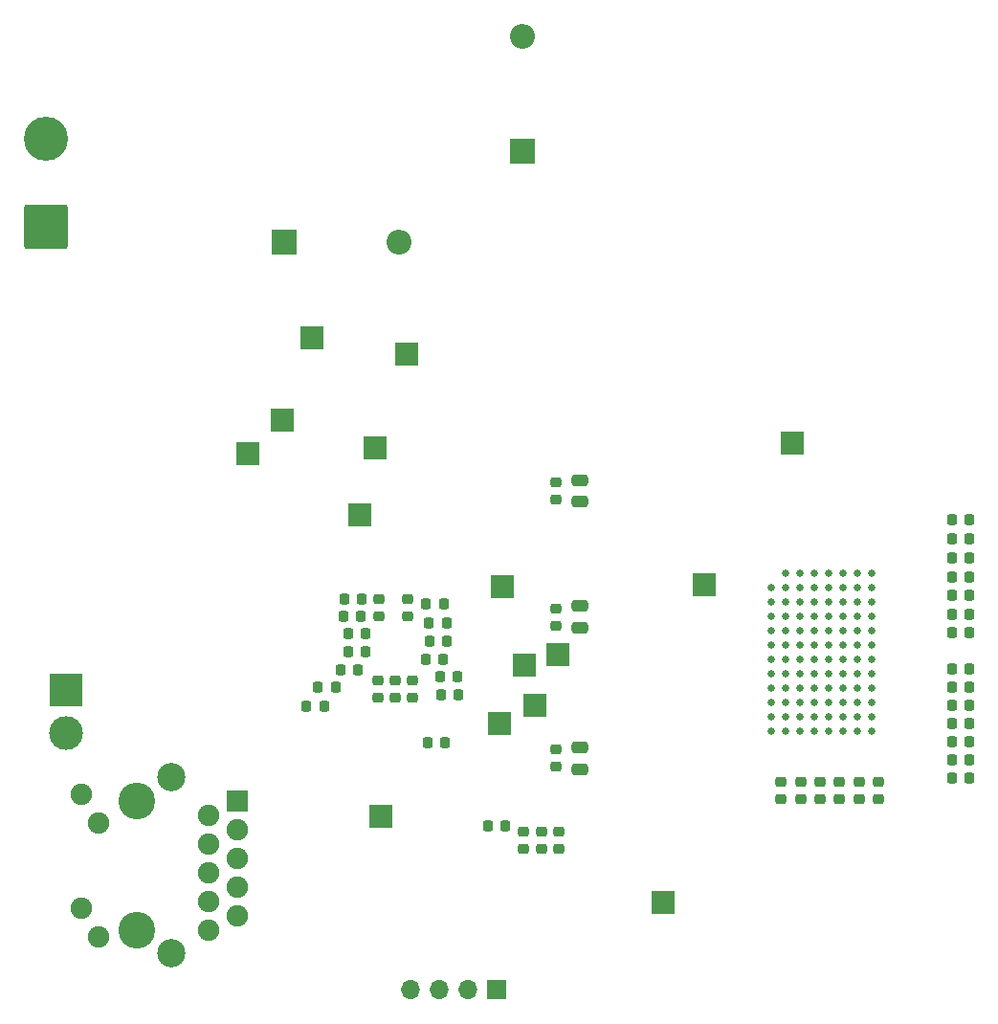
<source format=gbr>
%TF.GenerationSoftware,KiCad,Pcbnew,9.0.0*%
%TF.CreationDate,2025-02-27T19:38:36-05:00*%
%TF.ProjectId,S25-26,5332352d-3236-42e6-9b69-6361645f7063,rev?*%
%TF.SameCoordinates,Original*%
%TF.FileFunction,Soldermask,Bot*%
%TF.FilePolarity,Negative*%
%FSLAX46Y46*%
G04 Gerber Fmt 4.6, Leading zero omitted, Abs format (unit mm)*
G04 Created by KiCad (PCBNEW 9.0.0) date 2025-02-27 19:38:36*
%MOMM*%
%LPD*%
G01*
G04 APERTURE LIST*
G04 Aperture macros list*
%AMRoundRect*
0 Rectangle with rounded corners*
0 $1 Rounding radius*
0 $2 $3 $4 $5 $6 $7 $8 $9 X,Y pos of 4 corners*
0 Add a 4 corners polygon primitive as box body*
4,1,4,$2,$3,$4,$5,$6,$7,$8,$9,$2,$3,0*
0 Add four circle primitives for the rounded corners*
1,1,$1+$1,$2,$3*
1,1,$1+$1,$4,$5*
1,1,$1+$1,$6,$7*
1,1,$1+$1,$8,$9*
0 Add four rect primitives between the rounded corners*
20,1,$1+$1,$2,$3,$4,$5,0*
20,1,$1+$1,$4,$5,$6,$7,0*
20,1,$1+$1,$6,$7,$8,$9,0*
20,1,$1+$1,$8,$9,$2,$3,0*%
G04 Aperture macros list end*
%ADD10RoundRect,0.225000X0.225000X0.250000X-0.225000X0.250000X-0.225000X-0.250000X0.225000X-0.250000X0*%
%ADD11R,3.000000X3.000000*%
%ADD12C,3.000000*%
%ADD13C,3.250000*%
%ADD14C,1.900000*%
%ADD15R,1.900000X1.900000*%
%ADD16C,2.500000*%
%ADD17RoundRect,0.250002X1.699998X-1.699998X1.699998X1.699998X-1.699998X1.699998X-1.699998X-1.699998X0*%
%ADD18C,3.900000*%
%ADD19R,2.200000X2.200000*%
%ADD20O,2.200000X2.200000*%
%ADD21R,1.700000X1.700000*%
%ADD22O,1.700000X1.700000*%
%ADD23C,0.640000*%
%ADD24RoundRect,0.225000X-0.225000X-0.250000X0.225000X-0.250000X0.225000X0.250000X-0.225000X0.250000X0*%
%ADD25R,2.000000X2.000000*%
%ADD26RoundRect,0.225000X0.250000X-0.225000X0.250000X0.225000X-0.250000X0.225000X-0.250000X-0.225000X0*%
%ADD27RoundRect,0.225000X-0.250000X0.225000X-0.250000X-0.225000X0.250000X-0.225000X0.250000X0.225000X0*%
%ADD28RoundRect,0.250000X0.475000X-0.250000X0.475000X0.250000X-0.475000X0.250000X-0.475000X-0.250000X0*%
G04 APERTURE END LIST*
D10*
%TO.C,C38*%
X138575000Y-106650000D03*
X140125000Y-106650000D03*
%TD*%
D11*
%TO.C,J3*%
X113600000Y-111620000D03*
D12*
X113600000Y-115500000D03*
%TD*%
D13*
%TO.C,J4*%
X119875000Y-121460000D03*
X119875000Y-132890000D03*
D14*
X116495000Y-133500000D03*
X114975000Y-130960000D03*
X116495000Y-123390000D03*
X114975000Y-120850000D03*
D15*
X128765000Y-121460000D03*
D14*
X126225000Y-122730000D03*
X128765000Y-124000000D03*
X126225000Y-125270000D03*
X128765000Y-126540000D03*
X126225000Y-127810000D03*
X128765000Y-129080000D03*
X126225000Y-130350000D03*
X128765000Y-131620000D03*
X126225000Y-132890000D03*
D16*
X122925000Y-119400000D03*
X122925000Y-134950000D03*
%TD*%
D17*
%TO.C,J1*%
X111825000Y-70675000D03*
D18*
X111825000Y-62875000D03*
%TD*%
D19*
%TO.C,D1*%
X132900000Y-72030000D03*
D20*
X143060000Y-72030000D03*
%TD*%
D21*
%TO.C,J2*%
X151700000Y-138200000D03*
D22*
X149160000Y-138200000D03*
X146620000Y-138200000D03*
X144080000Y-138200000D03*
%TD*%
D19*
%TO.C,D2*%
X154000000Y-64000000D03*
D20*
X154000000Y-53840000D03*
%TD*%
D23*
%TO.C,IC1*%
X175970000Y-102560000D03*
X175970000Y-103830000D03*
X175970000Y-105100000D03*
X175970000Y-106370000D03*
X175970000Y-107640000D03*
X175970000Y-108910000D03*
X175970000Y-110180000D03*
X175970000Y-111450000D03*
X175970000Y-112720000D03*
X175970000Y-113990000D03*
X175970000Y-115260000D03*
X177240000Y-101290000D03*
X177240000Y-102560000D03*
X177240000Y-103830000D03*
X177240000Y-105100000D03*
X177240000Y-106370000D03*
X177240000Y-107640000D03*
X177240000Y-108910000D03*
X177240000Y-110180000D03*
X177240000Y-111450000D03*
X177240000Y-112720000D03*
X177240000Y-113990000D03*
X177240000Y-115260000D03*
X178510000Y-101290000D03*
X178510000Y-102560000D03*
X178510000Y-103830000D03*
X178510000Y-105100000D03*
X178510000Y-106370000D03*
X178510000Y-107640000D03*
X178510000Y-108910000D03*
X178510000Y-110180000D03*
X178510000Y-111450000D03*
X178510000Y-112720000D03*
X178510000Y-113990000D03*
X178510000Y-115260000D03*
X179780000Y-101290000D03*
X179780000Y-102560000D03*
X179780000Y-103830000D03*
X179780000Y-105100000D03*
X179780000Y-106370000D03*
X179780000Y-107640000D03*
X179780000Y-108910000D03*
X179780000Y-110180000D03*
X179780000Y-111450000D03*
X179780000Y-112720000D03*
X179780000Y-113990000D03*
X179780000Y-115260000D03*
X181050000Y-101290000D03*
X181050000Y-102560000D03*
X181050000Y-103830000D03*
X181050000Y-105100000D03*
X181050000Y-106370000D03*
X181050000Y-107640000D03*
X181050000Y-108910000D03*
X181050000Y-110180000D03*
X181050000Y-111450000D03*
X181050000Y-112720000D03*
X181050000Y-113990000D03*
X181050000Y-115260000D03*
X182320000Y-101290000D03*
X182320000Y-102560000D03*
X182320000Y-103830000D03*
X182320000Y-105100000D03*
X182320000Y-106370000D03*
X182320000Y-107640000D03*
X182320000Y-108910000D03*
X182320000Y-110180000D03*
X182320000Y-111450000D03*
X182320000Y-112720000D03*
X182320000Y-113990000D03*
X182320000Y-115260000D03*
X183590000Y-101290000D03*
X183590000Y-102560000D03*
X183590000Y-103830000D03*
X183590000Y-105100000D03*
X183590000Y-106370000D03*
X183590000Y-107640000D03*
X183590000Y-108910000D03*
X183590000Y-110180000D03*
X183590000Y-111450000D03*
X183590000Y-112720000D03*
X183590000Y-113990000D03*
X183590000Y-115260000D03*
X184860000Y-101290000D03*
X184860000Y-102560000D03*
X184860000Y-103830000D03*
X184860000Y-105100000D03*
X184860000Y-106370000D03*
X184860000Y-107640000D03*
X184860000Y-108910000D03*
X184860000Y-110180000D03*
X184860000Y-111450000D03*
X184860000Y-112720000D03*
X184860000Y-113990000D03*
X184860000Y-115260000D03*
%TD*%
D24*
%TO.C,C52*%
X145475000Y-104050000D03*
X147025000Y-104050000D03*
%TD*%
D10*
%TO.C,C29*%
X139725000Y-105150000D03*
X138175000Y-105150000D03*
%TD*%
D25*
%TO.C,TP3*%
X170050000Y-102325000D03*
%TD*%
D26*
%TO.C,C44*%
X143850000Y-105150000D03*
X143850000Y-103600000D03*
%TD*%
D27*
%TO.C,C54*%
X155650000Y-124200000D03*
X155650000Y-125750000D03*
%TD*%
D25*
%TO.C,TP16*%
X166475000Y-130425000D03*
%TD*%
D28*
%TO.C,C69*%
X159100000Y-118650000D03*
X159100000Y-116750000D03*
%TD*%
D24*
%TO.C,C61*%
X146725000Y-110450000D03*
X148275000Y-110450000D03*
%TD*%
D26*
%TO.C,C3*%
X182060000Y-121330000D03*
X182060000Y-119780000D03*
%TD*%
D10*
%TO.C,C51*%
X152475000Y-123700000D03*
X150925000Y-123700000D03*
%TD*%
%TO.C,C6*%
X193565000Y-99980000D03*
X192015000Y-99980000D03*
%TD*%
D26*
%TO.C,C67*%
X157000000Y-105975000D03*
X157000000Y-104425000D03*
%TD*%
D24*
%TO.C,C49*%
X145575000Y-116350000D03*
X147125000Y-116350000D03*
%TD*%
D10*
%TO.C,C8*%
X193555000Y-104950000D03*
X192005000Y-104950000D03*
%TD*%
D26*
%TO.C,C14*%
X185460000Y-121310000D03*
X185460000Y-119760000D03*
%TD*%
D10*
%TO.C,C10*%
X193555000Y-98300000D03*
X192005000Y-98300000D03*
%TD*%
D27*
%TO.C,C19*%
X176820000Y-119785000D03*
X176820000Y-121335000D03*
%TD*%
D25*
%TO.C,TP2*%
X157150000Y-108550000D03*
%TD*%
D10*
%TO.C,C45*%
X139475000Y-109850000D03*
X137925000Y-109850000D03*
%TD*%
D25*
%TO.C,TP12*%
X132725000Y-87750000D03*
%TD*%
D24*
%TO.C,C50*%
X145725000Y-105700000D03*
X147275000Y-105700000D03*
%TD*%
%TO.C,C34*%
X145440000Y-108950000D03*
X146990000Y-108950000D03*
%TD*%
D25*
%TO.C,TP1*%
X154150000Y-109500000D03*
%TD*%
D10*
%TO.C,C56*%
X139775000Y-103600000D03*
X138225000Y-103600000D03*
%TD*%
%TO.C,C17*%
X193570000Y-114610000D03*
X192020000Y-114610000D03*
%TD*%
D26*
%TO.C,C4*%
X180330000Y-121330000D03*
X180330000Y-119780000D03*
%TD*%
D27*
%TO.C,C32*%
X142750000Y-110800000D03*
X142750000Y-112350000D03*
%TD*%
%TO.C,C53*%
X154050000Y-124200000D03*
X154050000Y-125750000D03*
%TD*%
D28*
%TO.C,C68*%
X159100000Y-95000000D03*
X159100000Y-93100000D03*
%TD*%
D25*
%TO.C,TP10*%
X135375000Y-80525000D03*
%TD*%
D27*
%TO.C,C47*%
X157250000Y-124200000D03*
X157250000Y-125750000D03*
%TD*%
D10*
%TO.C,C7*%
X193560000Y-103310000D03*
X192010000Y-103310000D03*
%TD*%
D25*
%TO.C,TP7*%
X177875000Y-89775000D03*
%TD*%
D27*
%TO.C,C31*%
X141200000Y-110800000D03*
X141200000Y-112350000D03*
%TD*%
D10*
%TO.C,C16*%
X193560000Y-111420000D03*
X192010000Y-111420000D03*
%TD*%
%TO.C,C36*%
X140125000Y-108250000D03*
X138575000Y-108250000D03*
%TD*%
D26*
%TO.C,C66*%
X157000000Y-118475000D03*
X157000000Y-116925000D03*
%TD*%
D25*
%TO.C,TP5*%
X155100000Y-113025000D03*
%TD*%
D26*
%TO.C,C2*%
X183760000Y-121330000D03*
X183760000Y-119780000D03*
%TD*%
D25*
%TO.C,TP4*%
X152225000Y-102525000D03*
%TD*%
%TO.C,TP8*%
X141475000Y-122800000D03*
%TD*%
D24*
%TO.C,C35*%
X145750000Y-107350000D03*
X147300000Y-107350000D03*
%TD*%
D25*
%TO.C,TP17*%
X143725000Y-81900000D03*
%TD*%
D26*
%TO.C,C41*%
X141300000Y-105125000D03*
X141300000Y-103575000D03*
%TD*%
D28*
%TO.C,C70*%
X159100000Y-106150000D03*
X159100000Y-104250000D03*
%TD*%
D10*
%TO.C,C9*%
X193555000Y-109810000D03*
X192005000Y-109810000D03*
%TD*%
D25*
%TO.C,TP13*%
X140975000Y-90250000D03*
%TD*%
D10*
%TO.C,C12*%
X193570000Y-113040000D03*
X192020000Y-113040000D03*
%TD*%
%TO.C,C5*%
X193570000Y-96600000D03*
X192020000Y-96600000D03*
%TD*%
%TO.C,C13*%
X193570000Y-116210000D03*
X192020000Y-116210000D03*
%TD*%
D25*
%TO.C,TP14*%
X139625000Y-96150000D03*
%TD*%
D27*
%TO.C,C33*%
X144300000Y-110775000D03*
X144300000Y-112325000D03*
%TD*%
D25*
%TO.C,TP15*%
X129700000Y-90775000D03*
%TD*%
D26*
%TO.C,C65*%
X157000000Y-94850000D03*
X157000000Y-93300000D03*
%TD*%
D10*
%TO.C,C18*%
X193580000Y-117850000D03*
X192030000Y-117850000D03*
%TD*%
%TO.C,C46*%
X137450000Y-111400000D03*
X135900000Y-111400000D03*
%TD*%
%TO.C,C11*%
X193565000Y-101640000D03*
X192015000Y-101640000D03*
%TD*%
%TO.C,C59*%
X136437500Y-113100000D03*
X134887500Y-113100000D03*
%TD*%
D27*
%TO.C,C20*%
X178600000Y-119780000D03*
X178600000Y-121330000D03*
%TD*%
D25*
%TO.C,TP6*%
X151950000Y-114625000D03*
%TD*%
D10*
%TO.C,C1*%
X193580000Y-119470000D03*
X192030000Y-119470000D03*
%TD*%
D24*
%TO.C,C58*%
X146775000Y-112050000D03*
X148325000Y-112050000D03*
%TD*%
D10*
%TO.C,C15*%
X193555000Y-106570000D03*
X192005000Y-106570000D03*
%TD*%
M02*

</source>
